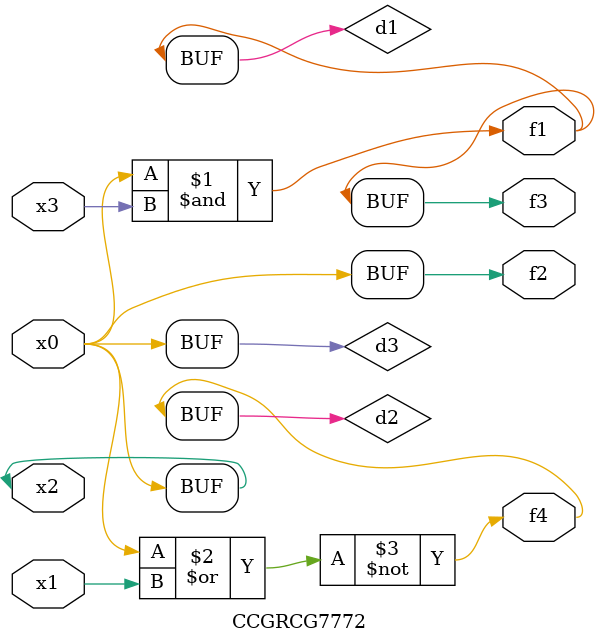
<source format=v>
module CCGRCG7772(
	input x0, x1, x2, x3,
	output f1, f2, f3, f4
);

	wire d1, d2, d3;

	and (d1, x2, x3);
	nor (d2, x0, x1);
	buf (d3, x0, x2);
	assign f1 = d1;
	assign f2 = d3;
	assign f3 = d1;
	assign f4 = d2;
endmodule

</source>
